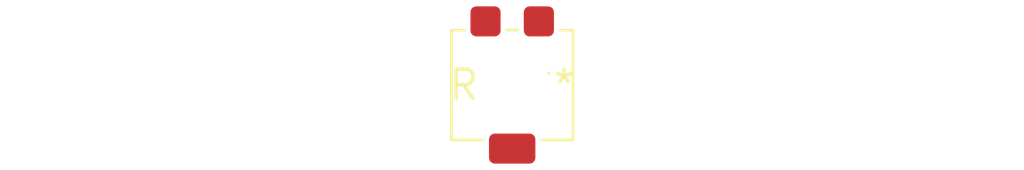
<source format=kicad_pcb>
(kicad_pcb (version 20240108) (generator pcbnew)
  (layers (0 "F.Cu" signal) (31 "B.Cu" signal) (34 "B.Paste" user) (35 "F.Paste" user) (36 "B.SilkS" user "B.Silkscreen") (37 "F.SilkS" user "F.Silkscreen") (38 "B.Mask" user) (39 "F.Mask" user) (44 "Edge.Cuts" user))
  (net 0 "")
  (footprint "Potentiometer_Bourns_3314R-1_Vertical_Hole" (layer "F.Cu") (at 0 0)
    (property "Reference" "REF**")
    (property "Value" "Potentiometer_Bourns_3314R-1_Vertical_Hole")
    (fp_line (start -2.62 -2.37) (end -2.62 2.37) (layer "F.SilkS") (stroke (width 0.12)))
    (fp_line (start -2.62 -2.37) (end -2.06 -2.37) (layer "F.SilkS") (stroke (width 0.12)))
    (fp_line (start -2.62 2.37) (end -1.26 2.37) (layer "F.SilkS") (stroke (width 0.12)))
    (fp_line (start -0.24 -2.37) (end 0.24 -2.37) (layer "F.SilkS") (stroke (width 0.12)))
    (fp_line (start 1.26 2.37) (end 2.62 2.37) (layer "F.SilkS") (stroke (width 0.12)))
    (fp_line (start 2.06 -2.37) (end 2.62 -2.37) (layer "F.SilkS") (stroke (width 0.12)))
    (fp_line (start 2.62 -2.37) (end 2.62 2.37) (layer "F.SilkS") (stroke (width 0.12)))
    (pad "" np_thru_hole circle (at 0 0) (size 3.2 3.2) (drill 3.2) (layers *.Cu *.Mask))
    (pad "1" smd roundrect (at -1.15 -2.75) (size 1.3 1.3) (layers "F.Cu" "F.Paste" "F.Mask") (roundrect_rratio 0.1923076923))
    (pad "2" smd roundrect (at 0 2.75) (size 2 1.3) (layers "F.Cu" "F.Paste" "F.Mask") (roundrect_rratio 0.1923076923))
    (pad "3" smd roundrect (at 1.15 -2.75) (size 1.3 1.3) (layers "F.Cu" "F.Paste" "F.Mask") (roundrect_rratio 0.1923076923))
  )
)
</source>
